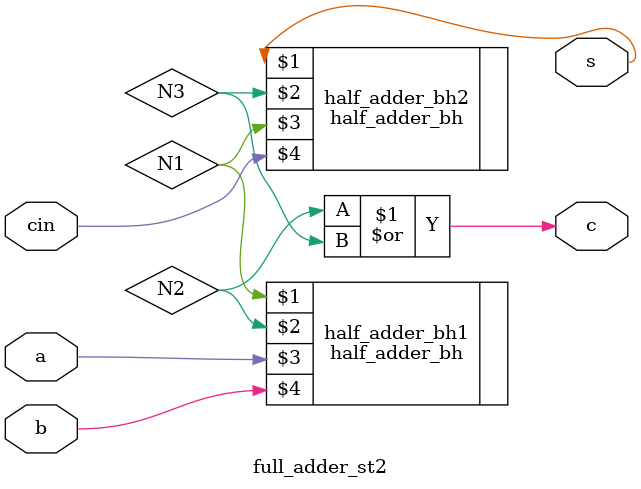
<source format=v>
module full_adder_st2(s, c, a, b, cin);

input a, b, cin;
output s, c;
wire N1, N2, N3;

half_adder_bh half_adder_bh1(N1, N2, a, b);
half_adder_bh half_adder_bh2(s, N3, N1, cin);
or or1(c, N2, N3);

endmodule

</source>
